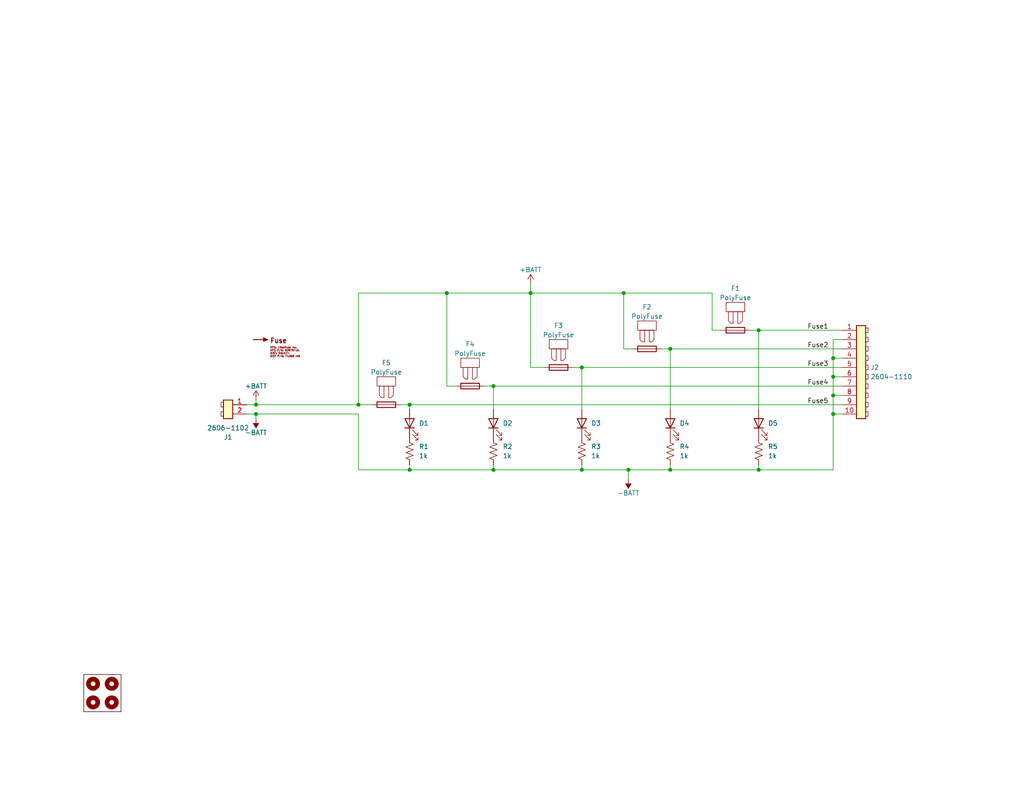
<source format=kicad_sch>
(kicad_sch (version 20230121) (generator eeschema)
  (paper "A")
  (title_block (title "Power Distribution ") (date "2023-10-29") (rev "R1") (company "Spartan Robotics FRC971"))
  (lib_symbols
    (symbol "Connector:Screw_Terminal_01x02" (pin_names (offset 1.016) hide)
      (property "Reference" "J1" (at 0 -8.89 0))
      (property "Value" "2606-1102" (at 0 -6.35 0))
      (symbol "Screw_Terminal_01x02_0_1"
        (rectangle (start 1.27 -1.905) (end 1.905 -3.175))
        (rectangle (start 1.27 0.635) (end 1.905 -0.635))
      )
      (symbol "Screw_Terminal_01x02_1_1"
        (rectangle (start -1.27 1.27) (end 1.27 -3.81) (stroke (width 0.254)) (fill (type background)))
        (pin input line (at -5.08 0 0) (length 3.81) (name "Pin_1") (number "1"))
        (pin input line (at -5.08 -2.54 0) (length 3.81) (name "Pin_2") (number "2"))
      )
    )
    (symbol "Connector:Screw_Terminal_01x10" (pin_names (offset 1.016) hide)
      (property "Reference" "J2" (at 2.54 0 0))
      (property "Value" "Screw_Terminal_01x10" (at 2.54 -2.54 0))
      (symbol "Screw_Terminal_01x10_0_1"
        (rectangle (start 1.27 -12.065) (end 1.905 -13.335))
        (rectangle (start 1.27 -9.525) (end 1.905 -10.795))
        (rectangle (start 1.27 -6.985) (end 1.905 -8.255))
        (rectangle (start 1.27 -4.445) (end 1.905 -5.715))
        (rectangle (start 1.27 -1.905) (end 1.905 -3.175))
        (rectangle (start 1.27 0.635) (end 1.905 -0.635))
        (rectangle (start 1.27 3.175) (end 1.905 1.905))
        (rectangle (start 1.27 5.715) (end 1.905 4.445))
        (rectangle (start 1.27 8.255) (end 1.905 6.985))
        (rectangle (start 1.27 10.795) (end 1.905 9.525))
      )
      (symbol "Screw_Terminal_01x10_1_1"
        (rectangle (start -1.27 11.43) (end 1.27 -13.97) (stroke (width 0.254)) (fill (type background)))
        (pin passive line (at -5.08 10.16 0) (length 3.81) (name "Pin_1") (number "1"))
        (pin passive line (at -5.08 -12.7 0) (length 3.81) (name "Pin_10") (number "10"))
        (pin passive line (at -5.08 7.62 0) (length 3.81) (name "Pin_2") (number "2"))
        (pin passive line (at -5.08 5.08 0) (length 3.81) (name "Pin_3") (number "3"))
        (pin passive line (at -5.08 2.54 0) (length 3.81) (name "Pin_4") (number "4"))
        (pin passive line (at -5.08 0 0) (length 3.81) (name "Pin_5") (number "5"))
        (pin passive line (at -5.08 -2.54 0) (length 3.81) (name "Pin_6") (number "6"))
        (pin passive line (at -5.08 -5.08 0) (length 3.81) (name "Pin_7") (number "7"))
        (pin passive line (at -5.08 -7.62 0) (length 3.81) (name "Pin_8") (number "8"))
        (pin passive line (at -5.08 -10.16 0) (length 3.81) (name "Pin_9") (number "9"))
      )
    )
    (symbol "Device:Fuse" (pin_numbers hide) (pin_names (offset 0))
      (property "Reference" "F1" (at 5.08 0 90))
      (property "Value" "PolyFuse" (at 2.54 0 90))
      (symbol "Fuse_0_1"
        (rectangle (start -7.62 2.54) (end -5.08 -2.54))
        (rectangle (start -0.762 -2.54) (end 0.762 2.54) (stroke (width 0.254)))
        (polyline (pts (xy 0 2.54) (xy 0 -2.54)))
        (polyline (pts (xy -5.08 -0.635) (xy -1.905 -0.635) (xy -1.905 -1.27) (xy -2.54 -1.905) (xy -5.08 -1.905) (xy -5.08 1.905) (xy -2.54 1.905) (xy -1.905 1.27) (xy -1.905 0.635) (xy -5.08 0.635)))
      )
      (symbol "Fuse_1_1"
        (pin passive line (at 0 3.81 270) (length 1.27) (name "~") (number "1"))
        (pin passive line (at 0 -3.81 90) (length 1.27) (name "~") (number "2"))
      )
    )
    (symbol "Device:LED" (pin_numbers hide) (pin_names (offset 1.016) hide)
      (property "Reference" "D" (at 0 2.54 0))
      (property "Value" "LED" (at 0 -2.54 0))
      (symbol "LED_0_1"
        (polyline (pts (xy -1.27 -1.27) (xy -1.27 1.27)) (stroke (width 0.254)))
        (polyline (pts (xy -1.27 0) (xy 1.27 0)))
        (polyline (pts (xy 1.27 -1.27) (xy 1.27 1.27) (xy -1.27 0) (xy 1.27 -1.27)) (stroke (width 0.254)))
        (polyline (pts (xy -3.048 -0.762) (xy -4.572 -2.286) (xy -3.81 -2.286) (xy -4.572 -2.286) (xy -4.572 -1.524)))
        (polyline (pts (xy -1.778 -0.762) (xy -3.302 -2.286) (xy -2.54 -2.286) (xy -3.302 -2.286) (xy -3.302 -1.524)))
      )
      (symbol "LED_1_1"
        (pin passive line (at -3.81 0 0) (length 2.54) (name "K") (number "1"))
        (pin passive line (at 3.81 0 180) (length 2.54) (name "A") (number "2"))
      )
    )
    (symbol "Device:R_US" (pin_numbers hide) (pin_names (offset 0))
      (property "Reference" "R" (at 2.54 0 90))
      (property "Value" "R_US" (at -2.54 0 90))
      (symbol "R_US_0_1"
        (polyline (pts (xy 0 -2.286) (xy 0 -2.54)))
        (polyline (pts (xy 0 2.286) (xy 0 2.54)))
        (polyline (pts (xy 0 -0.762) (xy 1.016 -1.143) (xy 0 -1.524) (xy -1.016 -1.905) (xy 0 -2.286)))
        (polyline (pts (xy 0 0.762) (xy 1.016 0.381) (xy 0 0) (xy -1.016 -0.381) (xy 0 -0.762)))
        (polyline (pts (xy 0 2.286) (xy 1.016 1.905) (xy 0 1.524) (xy -1.016 1.143) (xy 0 0.762)))
      )
      (symbol "R_US_1_1"
        (pin passive line (at 0 3.81 270) (length 1.27) (name "~") (number "1"))
        (pin passive line (at 0 -3.81 90) (length 1.27) (name "~") (number "2"))
      )
    )
    (symbol "Graphic:SYM_Arrow_Small" (in_bom no) (on_board no)
      (symbol "SYM_Arrow_Small_0_1"
        (polyline (pts (xy 1.524 0) (xy -2.032 0)) (stroke (width 0.254)))
        (polyline (pts (xy 2.032 0) (xy 0.762 -0.508) (xy 0.762 0.508) (xy 2.032 0)) (fill (type outline)))
      )
    )
    (symbol "Mechanical:MountingHole" (pin_names (offset 1.016))
      (property "Reference" "H" (at 0 5.08 0))
      (property "Value" "MountingHole" (at 0 3.175 0))
      (symbol "MountingHole_0_1"
        (circle (center 0 0) (radius 1.27) (stroke (width 1.27)))
      )
    )
    (symbol "power:+BATT" (power) (pin_names (offset 0))
      (property "Value" "+BATT" (at 0 3.556 0))
      (symbol "+BATT_0_1"
        (polyline (pts (xy -0.762 1.27) (xy 0 2.54)))
        (polyline (pts (xy 0 0) (xy 0 2.54)))
        (polyline (pts (xy 0 2.54) (xy 0.762 1.27)))
      )
      (symbol "+BATT_1_1"
        (pin power_in line (at 0 0 90) (length 0) hide (name "+BATT") (number "1"))
      )
    )
    (symbol "power:-BATT" (power) (pin_names (offset 0))
      (property "Value" "-BATT" (at 0 3.556 0))
      (symbol "-BATT_0_1"
        (polyline (pts (xy 0 0) (xy 0 2.54)))
        (polyline (pts (xy 0.762 1.27) (xy -0.762 1.27) (xy 0 2.54) (xy 0.762 1.27)) (fill (type outline)))
      )
      (symbol "-BATT_1_1"
        (pin power_in line (at 0 0 90) (length 0) hide (name "-BATT") (number "1"))
      )
    )
  )
  (junction (at 227.33 97.79))
  (junction (at 121.92 80.01))
  (junction (at 111.76 128.27))
  (junction (at 158.75 100.33))
  (junction (at 134.62 128.27))
  (junction (at 144.78 80.01))
  (junction (at 97.79 110.49))
  (junction (at 227.33 102.87))
  (junction (at 207.01 90.17))
  (junction (at 134.62 105.41))
  (junction (at 207.01 128.27))
  (junction (at 111.76 110.49))
  (junction (at 158.75 128.27))
  (junction (at 182.88 128.27))
  (junction (at 69.85 113.03))
  (junction (at 182.88 95.25))
  (junction (at 227.33 107.95))
  (junction (at 69.85 110.49))
  (junction (at 171.45 128.27))
  (junction (at 227.33 113.03))
  (junction (at 170.18 80.01))
  (wire (pts (xy 227.33 102.87) (xy 227.33 107.95)))
  (wire (pts (xy 227.33 92.71) (xy 227.33 97.79)))
  (wire (pts (xy 227.33 102.87) (xy 229.87 102.87)))
  (wire (pts (xy 158.75 128.27) (xy 158.75 127)))
  (wire (pts (xy 172.72 95.25) (xy 170.18 95.25)))
  (wire (pts (xy 182.88 95.25) (xy 229.87 95.25)))
  (wire (pts (xy 134.62 128.27) (xy 134.62 127)))
  (wire (pts (xy 148.59 100.33) (xy 144.78 100.33)))
  (wire (pts (xy 109.22 110.49) (xy 111.76 110.49)))
  (wire (pts (xy 134.62 105.41) (xy 229.87 105.41)))
  (wire (pts (xy 134.62 128.27) (xy 158.75 128.27)))
  (wire (pts (xy 121.92 80.01) (xy 121.92 105.41)))
  (wire (pts (xy 207.01 90.17) (xy 207.01 111.76)))
  (wire (pts (xy 111.76 110.49) (xy 229.87 110.49)))
  (wire (pts (xy 69.85 109.22) (xy 69.85 110.49)))
  (wire (pts (xy 111.76 128.27) (xy 134.62 128.27)))
  (wire (pts (xy 158.75 100.33) (xy 229.87 100.33)))
  (wire (pts (xy 182.88 95.25) (xy 182.88 111.76)))
  (wire (pts (xy 227.33 113.03) (xy 229.87 113.03)))
  (wire (pts (xy 132.08 105.41) (xy 134.62 105.41)))
  (wire (pts (xy 227.33 97.79) (xy 227.33 102.87)))
  (wire (pts (xy 180.34 95.25) (xy 182.88 95.25)))
  (wire (pts (xy 111.76 128.27) (xy 97.79 128.27)))
  (wire (pts (xy 227.33 113.03) (xy 227.33 128.27)))
  (wire (pts (xy 97.79 110.49) (xy 97.79 80.01)))
  (wire (pts (xy 207.01 128.27) (xy 227.33 128.27)))
  (wire (pts (xy 158.75 100.33) (xy 158.75 111.76)))
  (wire (pts (xy 144.78 80.01) (xy 170.18 80.01)))
  (wire (pts (xy 194.31 80.01) (xy 194.31 90.17)))
  (wire (pts (xy 97.79 110.49) (xy 101.6 110.49)))
  (wire (pts (xy 182.88 128.27) (xy 207.01 128.27)))
  (wire (pts (xy 111.76 110.49) (xy 111.76 111.76)))
  (wire (pts (xy 144.78 77.47) (xy 144.78 80.01)))
  (wire (pts (xy 67.31 113.03) (xy 69.85 113.03)))
  (wire (pts (xy 227.33 92.71) (xy 229.87 92.71)))
  (wire (pts (xy 156.21 100.33) (xy 158.75 100.33)))
  (wire (pts (xy 171.45 130.81) (xy 171.45 128.27)))
  (wire (pts (xy 67.31 110.49) (xy 69.85 110.49)))
  (wire (pts (xy 207.01 128.27) (xy 207.01 127)))
  (wire (pts (xy 121.92 80.01) (xy 144.78 80.01)))
  (wire (pts (xy 97.79 113.03) (xy 69.85 113.03)))
  (wire (pts (xy 69.85 110.49) (xy 97.79 110.49)))
  (wire (pts (xy 227.33 107.95) (xy 229.87 107.95)))
  (wire (pts (xy 170.18 80.01) (xy 170.18 95.25)))
  (wire (pts (xy 171.45 128.27) (xy 182.88 128.27)))
  (wire (pts (xy 196.85 90.17) (xy 194.31 90.17)))
  (wire (pts (xy 227.33 97.79) (xy 229.87 97.79)))
  (wire (pts (xy 158.75 128.27) (xy 171.45 128.27)))
  (wire (pts (xy 182.88 128.27) (xy 182.88 127)))
  (wire (pts (xy 134.62 105.41) (xy 134.62 111.76)))
  (wire (pts (xy 204.47 90.17) (xy 207.01 90.17)))
  (wire (pts (xy 227.33 107.95) (xy 227.33 113.03)))
  (wire (pts (xy 124.46 105.41) (xy 121.92 105.41)))
  (wire (pts (xy 97.79 80.01) (xy 121.92 80.01)))
  (wire (pts (xy 144.78 80.01) (xy 144.78 100.33)))
  (wire (pts (xy 97.79 128.27) (xy 97.79 113.03)))
  (wire (pts (xy 111.76 128.27) (xy 111.76 127)))
  (wire (pts (xy 207.01 90.17) (xy 229.87 90.17)))
  (wire (pts (xy 69.85 113.03) (xy 69.85 114.3)))
  (wire (pts (xy 170.18 80.01) (xy 194.31 80.01)))
  (rectangle (start 22.86 184.15) (end 33.02 194.31) (stroke (width 0) (color 72 0 0 1)))
  (text "Fuse" (at 73.66 93.98 0) (effects (font (size 1.27 1.27) (thickness 0.254) bold) (justify left bottom)))
  (text "\nMFG: Littelfuse Inc.\nMFG P/N: 029707.5L\nDIST: DIGIKEY\nDIST P/N: F4269-ND\n" (at 73.66 97.79 0) (effects (font (size 0.5 0.5) (thickness 0.254) bold) (justify left bottom)))
  (label "Fuse3" (at 226.06 100.33 180))
  (label "Fuse5" (at 226.06 110.49 180))
  (label "Fuse1" (at 226.06 90.17 180))
  (label "Fuse2" (at 226.06 95.25 180))
  (label "Fuse4" (at 226.06 105.41 180))
  (symbol (lib_id "Connector:Screw_Terminal_01x02") (at 62.23 110.49 0) (mirror y) (unit 1)
    (property "Reference" "J1" (at 62.23 119.38 0))
    (property "Value" "2606-1102" (at 62.23 116.84 0))
    (property "Footprint" "WAGO2PIN:2606-1102&slash_000-005" (effects hide))
    (property "Datasheet" "https://www.wago.com/global/products/datasheets/Datasheet.pdf?product=2606-1102&lang=en" (effects hide))
    (property "MFG" "WAGO" (effects hide))
    (property "MFG P/N" "2606-1102" (effects hide))
    (property "DIST" "DIGIKEY" (effects hide))
    (property "DIST P/N" "2946-2606-1102-ND" (effects hide))
    (property "LINK" "https://www.digikey.com/en/products/detail/wago-corporation/2606-1102/15575098" (effects hide))
  )
  (symbol (lib_id "power:-BATT") (at 69.85 114.3 180) (unit 1)
    (property "Reference" "#PWR01" (effects hide))
    (property "Value" "-BATT" (at 69.85 118.11 0))
  )
  (symbol (lib_id "Device:R_US") (at 207.01 123.19 0) (unit 1)
    (property "Reference" "R5" (at 209.55 121.92 0) (effects (justify left)))
    (property "Value" "1k" (at 209.55 124.46 0) (effects (justify left)))
    (property "Footprint" "LED_SMD:LED_1206_3216Metric_Pad1.42x1.75mm_HandSolder" (effects hide))
    (property "Datasheet" "https://www.seielect.com/catalog/sei-rmcf_rmcp.pdf" (effects hide))
    (property "MFG" "Stackpole Electronics Inc" (effects hide))
    (property "MFG P/N" "RMCF1206FT1K00" (effects hide))
    (property "DIST" "DIGIKEY" (effects hide))
    (property "DIST P/N" "RMCF1206FT1K00" (effects hide))
    (property "LINK" "https://www.digikey.com/en/products/detail/stackpole-electronics-inc/RMCF1206FT1K00/1759616" (effects hide))
  )
  (symbol (lib_id "Device:LED") (at 111.76 115.57 90) (unit 1)
    (property "Reference" "D1" (at 114.3 115.57 90) (effects (justify right)))
    (property "Value" "QTLP651C4TR" (effects hide))
    (property "Footprint" "LED_SMD:LED_1206_3216Metric_Pad1.42x1.75mm_HandSolder" (effects hide))
    (property "Datasheet" "https://mm.digikey.com/Volume0/opasdata/d220001/medias/docus/402/QTLP651C-2,3,4,7,B.pdf" (effects hide))
    (property "MFG" "Everlight Electronics Co Ltd" (effects hide))
    (property "MFG P/N" "QTLP651C4TR" (effects hide))
    (property "DIST" "DIGIKEY" (effects hide))
    (property "DIST P/N" "QTLP651C4TR" (effects hide))
    (property "LINK" "https://www.digikey.com/en/products/detail/everlight-electronics-co-ltd/QTLP651C4TR/2691391" (effects hide))
  )
  (symbol (lib_id "Mechanical:MountingHole") (at 25.4 186.69 0) (unit 1) (in_bom no)
    (property "Reference" "H2" (effects hide))
    (property "Value" "MountingHole" (effects hide))
    (property "Footprint" "MountingHole:MountingHole_2.2mm_M2_DIN965_Pad" (effects hide))
  )
  (symbol (lib_id "Device:Fuse") (at 176.53 95.25 270) (unit 1)
    (property "Reference" "F2" (at 176.53 83.82 90))
    (property "Value" "PolyFuse" (at 176.53 86.36 90))
    (property "Footprint" "3568:FUSE_3568" (effects hide))
    (property "Datasheet" "https://www.keyelco.com/userAssets/file/M65p42.pdf" (effects hide))
    (property "MFG" "Keystone Electronics" (effects hide))
    (property "MFG P/N" "3568" (effects hide))
    (property "DIST" "DIGIKEY" (effects hide))
    (property "DIST P/N" "36-3568-ND" (effects hide))
    (property "LINK" "https://www.digikey.com/en/products/detail/keystone-electronics/3568/2137306" (effects hide))
  )
  (symbol (lib_id "Device:Fuse") (at 152.4 100.33 270) (unit 1)
    (property "Reference" "F3" (at 152.4 88.9 90))
    (property "Value" "PolyFuse" (at 152.4 91.44 90))
    (property "Footprint" "3568:FUSE_3568" (effects hide))
    (property "Datasheet" "https://www.keyelco.com/userAssets/file/M65p42.pdf" (effects hide))
    (property "MFG" "Keystone Electronics" (effects hide))
    (property "MFG P/N" "3568" (effects hide))
    (property "DIST" "DIGIKEY" (effects hide))
    (property "DIST P/N" "36-3568-ND" (effects hide))
    (property "LINK" "https://www.digikey.com/en/products/detail/keystone-electronics/3568/2137306" (effects hide))
  )
  (symbol (lib_id "Device:LED") (at 134.62 115.57 90) (unit 1)
    (property "Reference" "D2" (at 137.16 115.57 90) (effects (justify right)))
    (property "Value" "QTLP651C4TR" (effects hide))
    (property "Footprint" "LED_SMD:LED_1206_3216Metric_Pad1.42x1.75mm_HandSolder" (effects hide))
    (property "Datasheet" "https://mm.digikey.com/Volume0/opasdata/d220001/medias/docus/402/QTLP651C-2,3,4,7,B.pdf" (effects hide))
    (property "MFG" "Everlight Electronics Co Ltd" (effects hide))
    (property "MFG P/N" "QTLP651C4TR" (effects hide))
    (property "DIST" "DIGIKEY" (effects hide))
    (property "DIST P/N" "QTLP651C4TR" (effects hide))
    (property "LINK" "https://www.digikey.com/en/products/detail/everlight-electronics-co-ltd/QTLP651C4TR/2691391" (effects hide))
  )
  (symbol (lib_id "Device:R_US") (at 158.75 123.19 0) (unit 1)
    (property "Reference" "R3" (at 161.29 121.92 0) (effects (justify left)))
    (property "Value" "1k" (at 161.29 124.46 0) (effects (justify left)))
    (property "Footprint" "LED_SMD:LED_1206_3216Metric_Pad1.42x1.75mm_HandSolder" (effects hide))
    (property "Datasheet" "https://www.seielect.com/catalog/sei-rmcf_rmcp.pdf" (effects hide))
    (property "MFG" "Stackpole Electronics Inc" (effects hide))
    (property "MFG P/N" "RMCF1206FT1K00" (effects hide))
    (property "DIST" "DIGIKEY" (effects hide))
    (property "DIST P/N" "RMCF1206FT1K00" (effects hide))
    (property "LINK" "https://www.digikey.com/en/products/detail/stackpole-electronics-inc/RMCF1206FT1K00/1759616" (effects hide))
  )
  (symbol (lib_id "power:+BATT") (at 144.78 77.47 0) (unit 1)
    (property "Reference" "#PWR02" (effects hide))
    (property "Value" "+BATT" (at 144.78 73.66 0))
  )
  (symbol (lib_id "power:+BATT") (at 69.85 109.22 0) (unit 1)
    (property "Reference" "#PWR07" (effects hide))
    (property "Value" "+BATT" (at 69.85 105.41 0))
  )
  (symbol (lib_id "Device:R_US") (at 134.62 123.19 0) (unit 1)
    (property "Reference" "R2" (at 137.16 121.92 0) (effects (justify left)))
    (property "Value" "1k" (at 137.16 124.46 0) (effects (justify left)))
    (property "Footprint" "LED_SMD:LED_1206_3216Metric_Pad1.42x1.75mm_HandSolder" (effects hide))
    (property "Datasheet" "https://www.seielect.com/catalog/sei-rmcf_rmcp.pdf" (effects hide))
    (property "MFG" "Stackpole Electronics Inc" (effects hide))
    (property "MFG P/N" "RMCF1206FT1K00" (effects hide))
    (property "DIST" "DIGIKEY" (effects hide))
    (property "DIST P/N" "RMCF1206FT1K00" (effects hide))
    (property "LINK" "https://www.digikey.com/en/products/detail/stackpole-electronics-inc/RMCF1206FT1K00/1759616" (effects hide))
  )
  (symbol (lib_id "Device:Fuse") (at 200.66 90.17 270) (unit 1)
    (property "Reference" "F1" (at 200.66 78.74 90))
    (property "Value" "PolyFuse" (at 200.66 81.28 90))
    (property "Footprint" "3568:FUSE_3568" (effects hide))
    (property "Datasheet" "https://www.keyelco.com/userAssets/file/M65p42.pdf" (effects hide))
    (property "MFG" "Keystone Electronics" (effects hide))
    (property "MFG P/N" "3568" (effects hide))
    (property "DIST" "DIGIKEY" (effects hide))
    (property "DIST P/N" "36-3568-ND" (effects hide))
    (property "LINK" "https://www.digikey.com/en/products/detail/keystone-electronics/3568/2137306" (effects hide))
  )
  (symbol (lib_id "Device:Fuse") (at 128.27 105.41 270) (unit 1)
    (property "Reference" "F4" (at 128.27 93.98 90))
    (property "Value" "PolyFuse" (at 128.27 96.52 90))
    (property "Footprint" "3568:FUSE_3568" (effects hide))
    (property "Datasheet" "https://www.keyelco.com/userAssets/file/M65p42.pdf" (effects hide))
    (property "MFG" "Keystone Electronics" (effects hide))
    (property "MFG P/N" "3568" (effects hide))
    (property "DIST" "DIGIKEY" (effects hide))
    (property "DIST P/N" "36-3568-ND" (effects hide))
    (property "LINK" "https://www.digikey.com/en/products/detail/keystone-electronics/3568/2137306" (effects hide))
  )
  (symbol (lib_id "Graphic:SYM_Arrow_Small") (at 71.12 92.71 0) (unit 1) (on_board no)
    (property "Reference" "#SYM2" (effects hide))
    (property "Value" "FUSE" (effects hide))
    (property "Datasheet" "https://www.littelfuse.com/~/media/automotive/datasheets/fuses/passenger-car-and-commercial-vehicle/blade-fuses/littelfuse_mini_datasheet.pdf" (effects hide))
    (property "MFG" "Littelfuse Inc." (effects hide))
    (property "MFG P/N" "029707.5L" (effects hide))
    (property "DIST " "DIGIKEY" (effects hide))
    (property "DIST P/N" "F4269-ND" (effects hide))
    (property "LINK" "https://www.digikey.com/en/products/detail/littelfuse-inc/029707-5L/3305631" (effects hide))
  )
  (symbol (lib_id "Device:R_US") (at 111.76 123.19 0) (unit 1)
    (property "Reference" "R1" (at 114.3 121.92 0) (effects (justify left)))
    (property "Value" "1k" (at 114.3 124.46 0) (effects (justify left)))
    (property "Footprint" "LED_SMD:LED_1206_3216Metric_Pad1.42x1.75mm_HandSolder" (effects hide))
    (property "Datasheet" "https://www.seielect.com/catalog/sei-rmcf_rmcp.pdf" (effects hide))
    (property "MFG" "Stackpole Electronics Inc" (effects hide))
    (property "MFG P/N" "RMCF1206FT1K00" (effects hide))
    (property "DIST" "DIGIKEY" (effects hide))
    (property "DIST P/N" "RMCF1206FT1K00" (effects hide))
    (property "LINK" "https://www.digikey.com/en/products/detail/stackpole-electronics-inc/RMCF1206FT1K00/1759616" (effects hide))
  )
  (symbol (lib_id "power:-BATT") (at 171.45 130.81 180) (unit 1)
    (property "Reference" "#PWR06" (effects hide))
    (property "Value" "-BATT" (at 171.45 134.62 0))
  )
  (symbol (lib_id "Device:LED") (at 182.88 115.57 90) (unit 1)
    (property "Reference" "D4" (at 185.42 115.57 90) (effects (justify right)))
    (property "Value" "QTLP651C4TR" (effects hide))
    (property "Footprint" "LED_SMD:LED_1206_3216Metric_Pad1.42x1.75mm_HandSolder" (effects hide))
    (property "Datasheet" "https://mm.digikey.com/Volume0/opasdata/d220001/medias/docus/402/QTLP651C-2,3,4,7,B.pdf" (effects hide))
    (property "MFG" "Everlight Electronics Co Ltd" (effects hide))
    (property "MFG P/N" "QTLP651C4TR" (effects hide))
    (property "DIST" "DIGIKEY" (effects hide))
    (property "DIST P/N" "QTLP651C4TR" (effects hide))
    (property "LINK" "https://www.digikey.com/en/products/detail/everlight-electronics-co-ltd/QTLP651C4TR/2691391" (effects hide))
  )
  (symbol (lib_id "Mechanical:MountingHole") (at 25.4 191.77 0) (unit 1) (in_bom no)
    (property "Reference" "H1" (effects hide))
    (property "Value" "MountingHole" (effects hide))
    (property "Footprint" "MountingHole:MountingHole_2.2mm_M2_DIN965_Pad" (effects hide))
  )
  (symbol (lib_id "Mechanical:MountingHole") (at 30.48 191.77 0) (unit 1) (in_bom no)
    (property "Reference" "H6" (effects hide))
    (property "Value" "MountingHole" (effects hide))
    (property "Footprint" "MountingHole:MountingHole_2.2mm_M2_DIN965_Pad" (effects hide))
  )
  (symbol (lib_id "Mechanical:MountingHole") (at 30.48 186.69 0) (unit 1) (in_bom no)
    (property "Reference" "H5" (effects hide))
    (property "Value" "MountingHole" (effects hide))
    (property "Footprint" "MountingHole:MountingHole_2.2mm_M2_DIN965_Pad" (effects hide))
  )
  (symbol (lib_id "Device:LED") (at 207.01 115.57 90) (unit 1)
    (property "Reference" "D5" (at 209.55 115.57 90) (effects (justify right)))
    (property "Value" "QTLP651C4TR" (effects hide))
    (property "Footprint" "LED_SMD:LED_1206_3216Metric_Pad1.42x1.75mm_HandSolder" (effects hide))
    (property "Datasheet" "https://mm.digikey.com/Volume0/opasdata/d220001/medias/docus/402/QTLP651C-2,3,4,7,B.pdf" (effects hide))
    (property "MFG" "Everlight Electronics Co Ltd" (effects hide))
    (property "MFG P/N" "QTLP651C4TR" (effects hide))
    (property "DIST" "DIGIKEY" (effects hide))
    (property "DIST P/N" "QTLP651C4TR" (effects hide))
    (property "LINK" "https://www.digikey.com/en/products/detail/everlight-electronics-co-ltd/QTLP651C4TR/2691391" (effects hide))
  )
  (symbol (lib_id "Connector:Screw_Terminal_01x10") (at 234.95 100.33 0) (unit 1)
    (property "Reference" "J2" (at 237.49 100.33 0) (effects (justify left)))
    (property "Value" "2604-1110" (at 237.49 102.87 0) (effects (justify left)))
    (property "Footprint" "WAGO10PIN:2604-1110" (effects hide))
    (property "Datasheet" "https://www.wago.com/global/products/datasheets/Datasheet.pdf?product=2604-1110&lang=en" (effects hide))
    (property "MFG" "WAGO" (effects hide))
    (property "MFG P/N" "2604-1110" (effects hide))
    (property "DIST" "DIGIKEY" (effects hide))
    (property "DIST P/N" "2946-2604-1110-ND" (effects hide))
    (property "LINK" "https://www.digikey.com/en/products/detail/wago-corporation/2604-1110/15551292" (effects hide))
  )
  (symbol (lib_id "Device:LED") (at 158.75 115.57 90) (unit 1)
    (property "Reference" "D3" (at 161.29 115.57 90) (effects (justify right)))
    (property "Value" "QTLP651C4TR" (effects hide))
    (property "Footprint" "LED_SMD:LED_1206_3216Metric_Pad1.42x1.75mm_HandSolder" (effects hide))
    (property "Datasheet" "https://mm.digikey.com/Volume0/opasdata/d220001/medias/docus/402/QTLP651C-2,3,4,7,B.pdf" (effects hide))
    (property "MFG" "Everlight Electronics Co Ltd" (effects hide))
    (property "MFG P/N" "QTLP651C4TR" (effects hide))
    (property "DIST" "DIGIKEY" (effects hide))
    (property "DIST P/N" "QTLP651C4TR" (effects hide))
    (property "LINK" "https://www.digikey.com/en/products/detail/everlight-electronics-co-ltd/QTLP651C4TR/2691391" (effects hide))
  )
  (symbol (lib_id "Device:R_US") (at 182.88 123.19 0) (unit 1)
    (property "Reference" "R4" (at 185.42 121.92 0) (effects (justify left)))
    (property "Value" "1k" (at 185.42 124.46 0) (effects (justify left)))
    (property "Footprint" "LED_SMD:LED_1206_3216Metric_Pad1.42x1.75mm_HandSolder" (effects hide))
    (property "Datasheet" "https://www.seielect.com/catalog/sei-rmcf_rmcp.pdf" (effects hide))
    (property "MFG" "Stackpole Electronics Inc" (effects hide))
    (property "MFG P/N" "RMCF1206FT1K00" (effects hide))
    (property "DIST" "DIGIKEY" (effects hide))
    (property "DIST P/N" "RMCF1206FT1K00" (effects hide))
    (property "LINK" "https://www.digikey.com/en/products/detail/stackpole-electronics-inc/RMCF1206FT1K00/1759616" (effects hide))
  )
  (symbol (lib_id "Device:Fuse") (at 105.41 110.49 270) (unit 1)
    (property "Reference" "F5" (at 105.41 99.06 90))
    (property "Value" "PolyFuse" (at 105.41 101.6 90))
    (property "Footprint" "3568:FUSE_3568" (effects hide))
    (property "Datasheet" "https://www.keyelco.com/userAssets/file/M65p42.pdf" (effects hide))
    (property "MFG" "Keystone Electronics" (effects hide))
    (property "MFG P/N" "3568" (effects hide))
    (property "DIST" "DIGIKEY" (effects hide))
    (property "DIST P/N" "36-3568-ND" (effects hide))
    (property "LINK" "https://www.digikey.com/en/products/detail/keystone-electronics/3568/2137306" (effects hide))
  )
)
</source>
